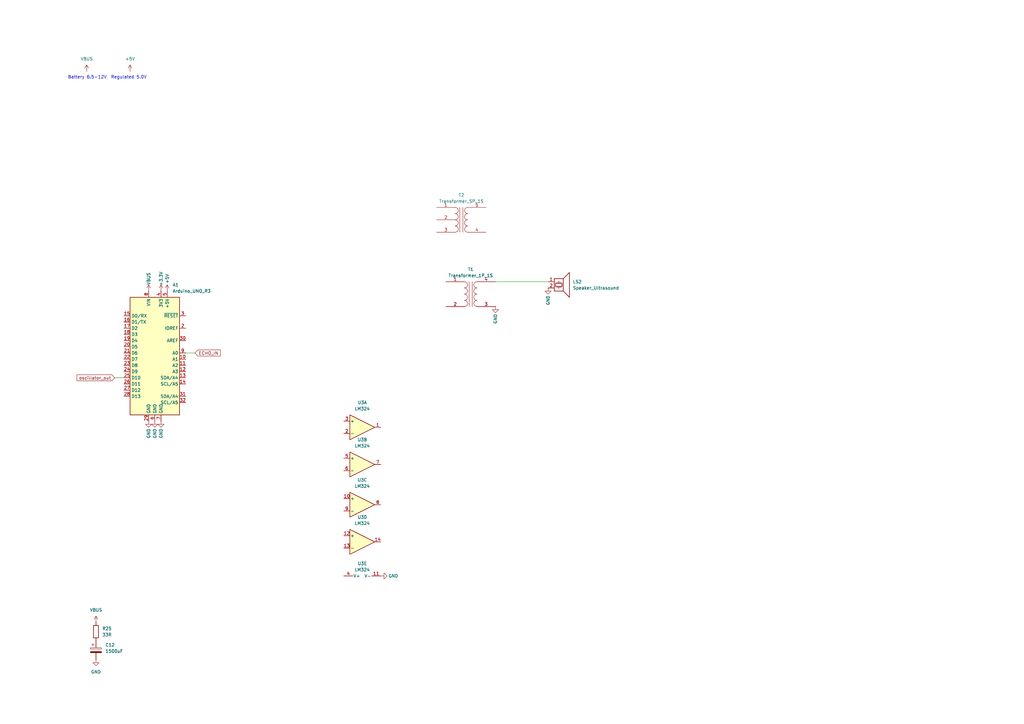
<source format=kicad_sch>
(kicad_sch (version 20231120) (generator "eeschema") (generator_version "8.0")
  (paper "A3")
  (lib_symbols
    (symbol "74xx:74HC4060"
      (property "Reference" "U" (at 5.08 16.51 0))
      (property "Value" "74HC4060" (at 7.62 -16.51 0))
      (symbol "74HC4060_1_0"
        (pin output line (at 12.7 -7.62 180) (length 5.08) (name "Q12") (number "1"))
        (pin input clock (at -12.7 10.16 0) (length 5.08) (name "Φ0") (number "10"))
        (pin input inverted_clock (at -12.7 7.62 0) (length 5.08) (name "~{Φ1}") (number "11"))
        (pin input line (at -12.7 2.54 0) (length 5.08) (name "CLR") (number "12"))
        (pin output line (at 12.7 0 180) (length 5.08) (name "Q9") (number "13"))
        (pin output line (at 12.7 2.54 180) (length 5.08) (name "Q8") (number "14"))
        (pin output line (at 12.7 -2.54 180) (length 5.08) (name "Q10") (number "15"))
        (pin power_in line (at 0 20.32 270) (length 5.08) (name "VDD") (number "16"))
        (pin output line (at 12.7 -10.16 180) (length 5.08) (name "Q13") (number "2"))
        (pin output line (at 12.7 -12.7 180) (length 5.08) (name "Q14") (number "3"))
        (pin output line (at 12.7 7.62 180) (length 5.08) (name "Q6") (number "4"))
        (pin output line (at 12.7 10.16 180) (length 5.08) (name "Q5") (number "5"))
        (pin output line (at 12.7 5.08 180) (length 5.08) (name "Q7") (number "6"))
        (pin output line (at 12.7 12.7 180) (length 5.08) (name "Q4") (number "7"))
        (pin power_in line (at 0 -20.32 90) (length 5.08) (name "VSS") (number "8"))
        (pin input inverted_clock (at -12.7 12.7 0) (length 5.08) (name "~{Φ0}") (number "9"))
      )
    )
    (symbol "Amplifier_Operational:LM324" (pin_names (offset 0.127))
      (property "Reference" "U" (at 0 5.08 0))
      (property "Value" "LM324" (at 0 -5.08 0))
      (symbol "LM324_1_1"
        (pin output line (at 7.62 0 180) (length 2.54) (name "~") (number "1"))
        (pin input line (at -7.62 -2.54 0) (length 2.54) (name "-") (number "2"))
        (pin input line (at -7.62 2.54 0) (length 2.54) (name "+") (number "3"))
      )
      (symbol "LM324_2_1"
        (pin input line (at -7.62 2.54 0) (length 2.54) (name "+") (number "5"))
        (pin input line (at -7.62 -2.54 0) (length 2.54) (name "-") (number "6"))
        (pin output line (at 7.62 0 180) (length 2.54) (name "~") (number "7"))
      )
      (symbol "LM324_3_1"
        (pin input line (at -7.62 2.54 0) (length 2.54) (name "+") (number "10"))
        (pin output line (at 7.62 0 180) (length 2.54) (name "~") (number "8"))
        (pin input line (at -7.62 -2.54 0) (length 2.54) (name "-") (number "9"))
      )
      (symbol "LM324_4_1"
        (pin input line (at -7.62 2.54 0) (length 2.54) (name "+") (number "12"))
        (pin input line (at -7.62 -2.54 0) (length 2.54) (name "-") (number "13"))
        (pin output line (at 7.62 0 180) (length 2.54) (name "~") (number "14"))
      )
      (symbol "LM324_5_1"
        (pin power_in line (at -2.54 -7.62 90) (length 3.81) (name "V-") (number "11"))
        (pin power_in line (at -2.54 7.62 270) (length 3.81) (name "V+") (number "4"))
      )
    )
    (symbol "Comparator:LM2901" (pin_names (offset 0.127))
      (property "Reference" "U" (at 0 5.08 0))
      (property "Value" "LM2901" (at 0 -5.08 0))
      (symbol "LM2901_1_1"
        (pin open_collector line (at 7.62 0 180) (length 2.54) (name "~") (number "2"))
        (pin input line (at -7.62 -2.54 0) (length 2.54) (name "-") (number "4"))
        (pin input line (at -7.62 2.54 0) (length 2.54) (name "+") (number "5"))
      )
      (symbol "LM2901_2_1"
        (pin open_collector line (at 7.62 0 180) (length 2.54) (name "~") (number "1"))
        (pin input line (at -7.62 -2.54 0) (length 2.54) (name "-") (number "6"))
        (pin input line (at -7.62 2.54 0) (length 2.54) (name "+") (number "7"))
      )
      (symbol "LM2901_3_1"
        (pin input line (at -7.62 -2.54 0) (length 2.54) (name "-") (number "10"))
        (pin input line (at -7.62 2.54 0) (length 2.54) (name "+") (number "11"))
        (pin open_collector line (at 7.62 0 180) (length 2.54) (name "~") (number "13"))
      )
      (symbol "LM2901_4_1"
        (pin open_collector line (at 7.62 0 180) (length 2.54) (name "~") (number "14"))
        (pin input line (at -7.62 -2.54 0) (length 2.54) (name "-") (number "8"))
        (pin input line (at -7.62 2.54 0) (length 2.54) (name "+") (number "9"))
      )
      (symbol "LM2901_5_1"
        (pin power_in line (at -2.54 -7.62 90) (length 3.81) (name "V-") (number "12"))
        (pin power_in line (at -2.54 7.62 270) (length 3.81) (name "V+") (number "3"))
      )
    )
    (symbol "Device:C" (pin_numbers hide) (pin_names (offset 0.254))
      (property "Reference" "C" (at 0.635 2.54 0))
      (property "Value" "C" (at 0.635 -2.54 0))
      (symbol "C_1_1"
        (pin passive line (at 0 3.81 270) (length 2.794) (name "~") (number "1"))
        (pin passive line (at 0 -3.81 90) (length 2.794) (name "~") (number "2"))
      )
    )
    (symbol "Device:C_Polarized" (pin_numbers hide) (pin_names (offset 0.254))
      (property "Reference" "C" (at 0.635 2.54 0))
      (property "Value" "C_Polarized" (at 0.635 -2.54 0))
      (symbol "C_Polarized_1_1"
        (pin passive line (at 0 3.81 270) (length 2.794) (name "~") (number "1"))
        (pin passive line (at 0 -3.81 90) (length 2.794) (name "~") (number "2"))
      )
    )
    (symbol "Device:Crystal" (pin_numbers hide) (pin_names (offset 1.016) hide)
      (property "Reference" "Y" (at 0 3.81 0))
      (property "Value" "Crystal" (at 0 -3.81 0))
      (symbol "Crystal_1_1"
        (pin passive line (at -3.81 0 0) (length 1.27) (name "1") (number "1"))
        (pin passive line (at 3.81 0 180) (length 1.27) (name "2") (number "2"))
      )
    )
    (symbol "Device:D_Zener" (pin_numbers hide) (pin_names (offset 1.016) hide)
      (property "Reference" "D" (at 0 2.54 0))
      (property "Value" "D_Zener" (at 0 -2.54 0))
      (symbol "D_Zener_1_1"
        (pin passive line (at -3.81 0 0) (length 2.54) (name "K") (number "1"))
        (pin passive line (at 3.81 0 180) (length 2.54) (name "A") (number "2"))
      )
    )
    (symbol "Device:R" (pin_numbers hide) (pin_names (offset 0))
      (property "Reference" "R" (at 2.032 0 90))
      (property "Value" "R" (at 0 0 90))
      (symbol "R_1_1"
        (pin passive line (at 0 3.81 270) (length 1.27) (name "~") (number "1"))
        (pin passive line (at 0 -3.81 90) (length 1.27) (name "~") (number "2"))
      )
    )
    (symbol "Device:Speaker_Ultrasound" (pin_names (offset 0) hide)
      (property "Reference" "LS" (at 0.635 5.715 0))
      (property "Value" "Speaker_Ultrasound" (at 0.635 3.81 0))
      (symbol "Speaker_Ultrasound_1_1"
        (pin input line (at -5.08 0 0) (length 2.54) (name "1") (number "1"))
        (pin input line (at -5.08 -2.54 0) (length 2.54) (name "2") (number "2"))
      )
    )
    (symbol "Device:Transformer_1P_1S" (pin_names (offset 1.016) hide)
      (property "Reference" "T" (at 0 6.35 0))
      (property "Value" "Transformer_1P_1S" (at 0 -7.62 0))
      (symbol "Transformer_1P_1S_1_1"
        (pin passive line (at -10.16 5.08 0) (length 7.62) (name "AA") (number "1"))
        (pin passive line (at -10.16 -5.08 0) (length 7.62) (name "AB") (number "2"))
        (pin passive line (at 10.16 -5.08 180) (length 7.62) (name "SA") (number "3"))
        (pin passive line (at 10.16 5.08 180) (length 7.62) (name "SB") (number "4"))
      )
    )
    (symbol "Device:Transformer_SP_1S" (pin_names (offset 1.016) hide)
      (property "Reference" "T" (at 0 6.35 0))
      (property "Value" "Transformer_SP_1S" (at 0 -7.62 0))
      (symbol "Transformer_SP_1S_1_1"
        (pin passive line (at -10.16 5.08 0) (length 7.62) (name "PR1") (number "1"))
        (pin passive line (at -10.16 0 0) (length 7.62) (name "PM") (number "2"))
        (pin passive line (at -10.16 -5.08 0) (length 7.62) (name "PR2") (number "3"))
        (pin passive line (at 10.16 -5.08 180) (length 7.62) (name "S1") (number "4"))
        (pin passive line (at 10.16 5.08 180) (length 7.62) (name "S2") (number "5"))
      )
    )
    (symbol "MCU_Module:Arduino_UNO_R3"
      (property "Reference" "A" (at -10.16 23.495 0))
      (property "Value" "Arduino_UNO_R3" (at 5.08 -26.67 0))
      (symbol "Arduino_UNO_R3_1_1"
        (pin no_connect line (at -10.16 -20.32 0) (length 2.54) hide (name "NC") (number "1"))
        (pin bidirectional line (at 12.7 -2.54 180) (length 2.54) (name "A1") (number "10"))
        (pin bidirectional line (at 12.7 -5.08 180) (length 2.54) (name "A2") (number "11"))
        (pin bidirectional line (at 12.7 -7.62 180) (length 2.54) (name "A3") (number "12"))
        (pin bidirectional line (at 12.7 -10.16 180) (length 2.54) (name "SDA/A4") (number "13"))
        (pin bidirectional line (at 12.7 -12.7 180) (length 2.54) (name "SCL/A5") (number "14"))
        (pin bidirectional line (at -12.7 15.24 0) (length 2.54) (name "D0/RX") (number "15"))
        (pin bidirectional line (at -12.7 12.7 0) (length 2.54) (name "D1/TX") (number "16"))
        (pin bidirectional line (at -12.7 10.16 0) (length 2.54) (name "D2") (number "17"))
        (pin bidirectional line (at -12.7 7.62 0) (length 2.54) (name "D3") (number "18"))
        (pin bidirectional line (at -12.7 5.08 0) (length 2.54) (name "D4") (number "19"))
        (pin output line (at 12.7 10.16 180) (length 2.54) (name "IOREF") (number "2"))
        (pin bidirectional line (at -12.7 2.54 0) (length 2.54) (name "D5") (number "20"))
        (pin bidirectional line (at -12.7 0 0) (length 2.54) (name "D6") (number "21"))
        (pin bidirectional line (at -12.7 -2.54 0) (length 2.54) (name "D7") (number "22"))
        (pin bidirectional line (at -12.7 -5.08 0) (length 2.54) (name "D8") (number "23"))
        (pin bidirectional line (at -12.7 -7.62 0) (length 2.54) (name "D9") (number "24"))
        (pin bidirectional line (at -12.7 -10.16 0) (length 2.54) (name "D10") (number "25"))
        (pin bidirectional line (at -12.7 -12.7 0) (length 2.54) (name "D11") (number "26"))
        (pin bidirectional line (at -12.7 -15.24 0) (length 2.54) (name "D12") (number "27"))
        (pin bidirectional line (at -12.7 -17.78 0) (length 2.54) (name "D13") (number "28"))
        (pin power_in line (at -2.54 -27.94 90) (length 2.54) (name "GND") (number "29"))
        (pin input line (at 12.7 15.24 180) (length 2.54) (name "~{RESET}") (number "3"))
        (pin input line (at 12.7 5.08 180) (length 2.54) (name "AREF") (number "30"))
        (pin bidirectional line (at 12.7 -17.78 180) (length 2.54) (name "SDA/A4") (number "31"))
        (pin bidirectional line (at 12.7 -20.32 180) (length 2.54) (name "SCL/A5") (number "32"))
        (pin power_out line (at 2.54 25.4 270) (length 2.54) (name "3V3") (number "4"))
        (pin power_out line (at 5.08 25.4 270) (length 2.54) (name "+5V") (number "5"))
        (pin power_in line (at 0 -27.94 90) (length 2.54) (name "GND") (number "6"))
        (pin power_in line (at 2.54 -27.94 90) (length 2.54) (name "GND") (number "7"))
        (pin power_in line (at -2.54 25.4 270) (length 2.54) (name "VIN") (number "8"))
        (pin bidirectional line (at 12.7 0 180) (length 2.54) (name "A0") (number "9"))
      )
    )
    (symbol "Transistor_BJT:2SC1815" (pin_names (offset 0) hide)
      (property "Reference" "Q" (at 5.08 1.905 0))
      (property "Value" "2SC1815" (at 5.08 0 0))
      (symbol "2SC1815_1_1"
        (pin passive line (at 2.54 -5.08 90) (length 2.54) (name "E") (number "1"))
        (pin passive line (at 2.54 5.08 270) (length 2.54) (name "C") (number "2"))
        (pin input line (at -5.08 0 0) (length 5.08) (name "B") (number "3"))
      )
    )
    (symbol "Transistor_BJT:BD139" (pin_names (offset 0) hide)
      (property "Reference" "Q" (at 5.08 1.905 0))
      (property "Value" "BD139" (at 5.08 0 0))
      (symbol "BD139_1_1"
        (pin passive line (at 2.54 -5.08 90) (length 2.54) (name "E") (number "1"))
        (pin passive line (at 2.54 5.08 270) (length 2.54) (name "C") (number "2"))
        (pin input line (at -5.08 0 0) (length 5.08) (name "B") (number "3"))
      )
    )
    (symbol "Transistor_BJT:S8050" (pin_names (offset 0) hide)
      (property "Reference" "Q" (at 5.08 1.905 0))
      (property "Value" "S8050" (at 5.08 0 0))
      (symbol "S8050_1_1"
        (pin passive line (at 2.54 -5.08 90) (length 2.54) (name "E") (number "1"))
        (pin input line (at -5.08 0 0) (length 5.08) (name "B") (number "2"))
        (pin passive line (at 2.54 5.08 270) (length 2.54) (name "C") (number "3"))
      )
    )
    (symbol "power:+3.3V" (power) (pin_numbers hide) (pin_names (offset 0) hide)
      (property "Value" "+3.3V" (at 0 3.556 0))
      (symbol "+3.3V_1_1"
        (pin power_in line (at 0 0 90) (length 0) (name "~") (number "1"))
      )
    )
    (symbol "power:+5V" (power) (pin_numbers hide) (pin_names (offset 0) hide)
      (property "Value" "+5V" (at 0 3.556 0))
      (symbol "+5V_1_1"
        (pin power_in line (at 0 0 90) (length 0) (name "~") (number "1"))
      )
    )
    (symbol "power:GND" (power) (pin_numbers hide) (pin_names (offset 0) hide)
      (property "Value" "GND" (at 0 -3.81 0))
      (symbol "GND_1_1"
        (pin power_in line (at 0 0 270) (length 0) (name "~") (number "1"))
      )
    )
    (symbol "power:VBUS" (power) (pin_numbers hide) (pin_names (offset 0) hide)
      (property "Value" "VBUS" (at 0 3.556 0))
      (symbol "VBUS_1_1"
        (pin power_in line (at 0 0 90) (length 0) (name "~") (number "1"))
      )
    )
  )
  (junction (at 595.63 177.8))
  (junction (at 24.13 -53.34))
  (junction (at 49.53 375.92))
  (junction (at 576.58 205.74))
  (junction (at 593.09 224.79))
  (junction (at 24.13 -45.72))
  (junction (at 63.5 339.09))
  (junction (at 63.5 382.27))
  (junction (at 547.37 168.91))
  (junction (at 15.24 -53.34))
  (junction (at 565.15 177.8))
  (junction (at 626.11 177.8))
  (junction (at 547.37 193.04))
  (junction (at 595.63 194.31))
  (junction (at 513.08 167.64))
  (junction (at 561.34 151.13))
  (junction (at 19.05 359.41))
  (junction (at 547.37 177.8))
  (junction (at 547.37 151.13))
  (junction (at 590.55 213.36))
  (junction (at 593.09 241.3))
  (junction (at 15.24 -45.72))
  (junction (at 49.53 332.74))
  (junction (at 579.12 241.3))
  (junction (at 502.92 181.61))
  (wire (pts (xy 638.81 177.8) (xy 638.81 176.53)))
  (wire (pts (xy 607.06 223.52) (xy 607.06 224.79)))
  (wire (pts (xy 568.96 196.85) (xy 565.15 196.85)))
  (wire (pts (xy 26.67 -45.72) (xy 24.13 -45.72)))
  (wire (pts (xy 16.51 359.41) (xy 19.05 359.41)))
  (wire (pts (xy 502.92 179.07) (xy 502.92 181.61)))
  (wire (pts (xy 547.37 151.13) (xy 561.34 151.13)))
  (wire (pts (xy 494.03 173.99) (xy 495.3 173.99)))
  (wire (pts (xy 20.32 381) (xy 19.05 381)))
  (wire (pts (xy 636.27 177.8) (xy 638.81 177.8)))
  (wire (pts (xy 590.55 191.77) (xy 590.55 204.47)))
  (wire (pts (xy 63.5 382.27) (xy 77.47 382.27)))
  (wire (pts (xy 26.67 -53.34) (xy 24.13 -53.34)))
  (wire (pts (xy 590.55 222.25) (xy 590.55 224.79)))
  (wire (pts (xy 561.34 151.13) (xy 575.31 151.13)))
  (wire (pts (xy 63.5 339.09) (xy 77.47 339.09)))
  (wire (pts (xy 576.58 205.74) (xy 576.58 208.28)))
  (wire (pts (xy 595.63 194.31) (xy 595.63 190.5)))
  (wire (pts (xy 547.37 153.67) (xy 547.37 151.13)))
  (wire (pts (xy 46.99 154.94) (xy 50.8 154.94)))
  (wire (pts (xy 19.05 359.41) (xy 19.05 381)))
  (wire (pts (xy 35.56 332.74) (xy 49.53 332.74)))
  (wire (pts (xy 547.37 168.91) (xy 547.37 177.8)))
  (wire (pts (xy 615.95 177.8) (xy 612.14 177.8)))
  (wire (pts (xy 544.83 151.13) (xy 547.37 151.13)))
  (wire (pts (xy 565.15 177.8) (xy 547.37 177.8)))
  (wire (pts (xy 19.05 337.82) (xy 19.05 359.41)))
  (wire (pts (xy 590.55 213.36) (xy 590.55 212.09)))
  (wire (pts (xy 556.26 193.04) (xy 554.99 193.04)))
  (wire (pts (xy 513.08 186.69) (xy 513.08 193.04)))
  (wire (pts (xy 582.93 241.3) (xy 579.12 241.3)))
  (wire (pts (xy 15.24 -44.45) (xy 15.24 -45.72)))
  (wire (pts (xy 63.5 382.27) (xy 63.5 381)))
  (wire (pts (xy 513.08 193.04) (xy 516.89 193.04)))
  (wire (pts (xy 480.06 173.99) (xy 486.41 173.99)))
  (wire (pts (xy 593.09 224.79) (xy 593.09 241.3)))
  (wire (pts (xy 561.34 161.29) (xy 561.34 160.02)))
  (wire (pts (xy 35.56 375.92) (xy 49.53 375.92)))
  (wire (pts (xy 24.13 -45.72) (xy 15.24 -45.72)))
  (wire (pts (xy 626.11 182.88) (xy 626.11 177.8)))
  (wire (pts (xy 576.58 191.77) (xy 590.55 191.77)))
  (wire (pts (xy 595.63 213.36) (xy 590.55 213.36)))
  (wire (pts (xy 590.55 214.63) (xy 590.55 213.36)))
  (wire (pts (xy 565.15 196.85) (xy 565.15 177.8)))
  (wire (pts (xy 584.2 177.8) (xy 565.15 177.8)))
  (wire (pts (xy 26.67 -50.8) (xy 26.67 -53.34)))
  (wire (pts (xy 595.63 177.8) (xy 604.52 177.8)))
  (wire (pts (xy 593.09 241.3) (xy 590.55 241.3)))
  (wire (pts (xy 561.34 152.4) (xy 561.34 151.13)))
  (wire (pts (xy 567.69 208.28) (xy 567.69 205.74)))
  (wire (pts (xy 49.53 375.92) (xy 55.88 375.92)))
  (wire (pts (xy 31.75 -43.18) (xy 31.75 -41.91)))
  (wire (pts (xy 19.05 337.82) (xy 20.32 337.82)))
  (wire (pts (xy 502.92 167.64) (xy 513.08 167.64)))
  (wire (pts (xy 576.58 201.93) (xy 576.58 205.74)))
  (wire (pts (xy 502.92 191.77) (xy 502.92 193.04)))
  (wire (pts (xy 528.32 151.13) (xy 528.32 147.32)))
  (wire (pts (xy 579.12 242.57) (xy 579.12 241.3)))
  (wire (pts (xy 533.4 151.13) (xy 537.21 151.13)))
  (wire (pts (xy 502.92 167.64) (xy 502.92 168.91)))
  (wire (pts (xy 80.01 144.78) (xy 76.2 144.78)))
  (wire (pts (xy 590.55 224.79) (xy 593.09 224.79)))
  (wire (pts (xy 63.5 340.36) (xy 63.5 339.09)))
  (wire (pts (xy 203.2 115.57) (xy 224.79 115.57)))
  (wire (pts (xy 547.37 193.04) (xy 547.37 186.69)))
  (wire (pts (xy 524.51 193.04) (xy 539.75 193.04)))
  (wire (pts (xy 575.31 153.67) (xy 574.04 153.67)))
  (wire (pts (xy 63.5 383.54) (xy 63.5 382.27)))
  (wire (pts (xy 33.02 -48.26) (xy 26.67 -48.26)))
  (wire (pts (xy 49.53 332.74) (xy 55.88 332.74)))
  (wire (pts (xy 533.4 147.32) (xy 533.4 151.13)))
  (wire (pts (xy 607.06 242.57) (xy 607.06 241.3)))
  (wire (pts (xy 574.04 153.67) (xy 574.04 154.94)))
  (wire (pts (xy 502.92 184.15) (xy 502.92 181.61)))
  (wire (pts (xy 502.92 181.61) (xy 505.46 181.61)))
  (wire (pts (xy 26.67 -48.26) (xy 26.67 -45.72)))
  (wire (pts (xy 33.02 -43.18) (xy 31.75 -43.18)))
  (wire (pts (xy 609.6 194.31) (xy 610.87 194.31)))
  (wire (pts (xy 607.06 241.3) (xy 604.52 241.3)))
  (wire (pts (xy 610.87 194.31) (xy 610.87 195.58)))
  (wire (pts (xy 63.5 339.09) (xy 63.5 337.82)))
  (wire (pts (xy 33.02 -50.8) (xy 26.67 -50.8)))
  (wire (pts (xy 24.13 -53.34) (xy 15.24 -53.34)))
  (wire (pts (xy 601.98 194.31) (xy 595.63 194.31)))
  (wire (pts (xy 607.06 224.79) (xy 604.52 224.79)))
  (wire (pts (xy 626.11 177.8) (xy 623.57 177.8)))
  (wire (pts (xy 567.69 205.74) (xy 576.58 205.74)))
  (wire (pts (xy 628.65 177.8) (xy 626.11 177.8)))
  (wire (pts (xy 547.37 161.29) (xy 547.37 168.91)))
  (wire (pts (xy 596.9 241.3) (xy 593.09 241.3)))
  (wire (pts (xy 595.63 194.31) (xy 595.63 213.36)))
  (wire (pts (xy 45.72 -62.23) (xy 45.72 -60.96)))
  (wire (pts (xy 15.24 -53.34) (xy 15.24 -54.61)))
  (wire (pts (xy 591.82 177.8) (xy 595.63 177.8)))
  (wire (pts (xy 579.12 241.3) (xy 579.12 240.03)))
  (wire (pts (xy 547.37 179.07) (xy 547.37 177.8)))
  (wire (pts (xy 58.42 -50.8) (xy 64.77 -50.8)))
  (wire (pts (xy 45.72 -20.32) (xy 45.72 -19.05)))
  (wire (pts (xy 593.09 224.79) (xy 596.9 224.79)))
  (wire (pts (xy 595.63 182.88) (xy 595.63 177.8)))
  (wire (pts (xy 513.08 167.64) (xy 513.08 176.53)))
  (text "Battery 6.5V" (at 376.174 -15.24 0) (effects (font (size 1.27 1.27))))
  (text "LCD backlight" (at 480.06 -16.256 0) (effects (font (size 1.27 1.27))))
  (text "Battery 6.5-12V" (at 35.814 31.75 0) (effects (font (size 1.27 1.27))))
  (text "Regulated 5.0V" (at 52.832 31.75 0) (effects (font (size 1.27 1.27))))
  (text "Regulated 5.0V" (at 393.192 -15.24 0) (effects (font (size 1.27 1.27))))
  (global_label "L_CONN_2" (shape input) (at 85.09 334.01 90) (property "Intersheetrefs" "${INTERSHEET_REFS}" (effects (hide yes))))
  (global_label "L_CONN_3" (shape input) (at 85.09 377.19 90) (property "Intersheetrefs" "${INTERSHEET_REFS}" (effects (hide yes))))
  (global_label "PD2" (shape input) (at 16.51 359.41 180) (property "Intersheetrefs" "${INTERSHEET_REFS}" (effects (hide yes))))
  (global_label "L_CONN_6" (shape input) (at 528.32 147.32 90) (property "Intersheetrefs" "${INTERSHEET_REFS}" (effects (hide yes))))
  (global_label "L_CONN_5" (shape input) (at 533.4 147.32 90) (property "Intersheetrefs" "${INTERSHEET_REFS}" (effects (hide yes))))
  (global_label "oscillator_out" (shape input) (at 64.77 -50.8 0) (property "Intersheetrefs" "${INTERSHEET_REFS}" (effects (hide yes))))
  (global_label "oscillator_out" (shape input) (at 46.99 154.94 180) (property "Intersheetrefs" "${INTERSHEET_REFS}" (effects (hide yes))))
  (global_label "PD1" (shape input) (at 480.06 173.99 180) (property "Intersheetrefs" "${INTERSHEET_REFS}" (effects (hide yes))))
  (global_label "L_CONN_1" (shape input) (at 579.12 240.03 90) (property "Intersheetrefs" "${INTERSHEET_REFS}" (effects (hide yes))))
  (global_label "PB0{slash}AN0" (shape input) (at 626.11 182.88 270) (property "Intersheetrefs" "${INTERSHEET_REFS}" (effects (hide yes))))
  (global_label "PD1" (shape input) (at 472.44 -12.7 180) (property "Intersheetrefs" "${INTERSHEET_REFS}" (effects (hide yes))))
  (global_label "PD2" (shape input) (at 472.44 -8.89 180) (property "Intersheetrefs" "${INTERSHEET_REFS}" (effects (hide yes))))
  (global_label "L_CONN_0" (shape input) (at 581.66 191.77 90) (property "Intersheetrefs" "${INTERSHEET_REFS}" (effects (hide yes))))
  (global_label "PD0" (shape input) (at 472.44 -16.51 180) (property "Intersheetrefs" "${INTERSHEET_REFS}" (effects (hide yes))))
  (global_label "ECHO_IN" (shape input) (at 80.01 144.78 0) (property "Intersheetrefs" "${INTERSHEET_REFS}" (effects (hide yes))))
  (symbol (lib_id "power:GND") (at 574.04 154.94 0) (unit 1)
    (property "Reference" "#PWR030" (effects (hide yes)))
    (property "Value" "GND" (at 574.04 160.02 0))
    (property "Description" "Power symbol creates a global label with name \"GND\" , ground" (effects (hide yes)))
  )
  (symbol (lib_id "Device:R") (at 619.76 177.8 270) (unit 1)
    (property "Reference" "R23" (at 619.76 173.228 90))
    (property "Value" "10k" (at 619.76 175.768 90))
    (property "Description" "Resistor" (effects (hide yes)))
  )
  (symbol (lib_id "power:GND") (at 63.5 172.72 0) (unit 1)
    (property "Reference" "#PWR039" (effects (hide yes)))
    (property "Value" "GND" (at 63.5 177.8 90))
    (property "Description" "Power symbol creates a global label with name \"GND\" , ground" (effects (hide yes)))
  )
  (symbol (lib_id "power:GND") (at 610.87 195.58 0) (unit 1)
    (property "Reference" "#PWR035" (effects (hide yes)))
    (property "Value" "GND" (at 610.87 200.66 0))
    (property "Description" "Power symbol creates a global label with name \"GND\" , ground" (effects (hide yes)))
  )
  (symbol (lib_id "power:GND") (at 579.12 250.19 0) (unit 1)
    (property "Reference" "#PWR032" (effects (hide yes)))
    (property "Value" "GND" (at 579.1201 254 90) (effects (justify right)))
    (property "Description" "Power symbol creates a global label with name \"GND\" , ground" (effects (hide yes)))
  )
  (symbol (lib_id "Device:C") (at 576.58 212.09 0) (unit 1)
    (property "Reference" "C8" (at 580.39 210.8199 0) (effects (justify left)))
    (property "Value" "C" (at 580.39 213.3599 0) (effects (justify left)))
    (property "Description" "Unpolarized capacitor" (effects (hide yes)))
  )
  (symbol (lib_id "power:+5V") (at 45.72 -62.23 0) (unit 1)
    (property "Reference" "#PWR08" (effects (hide yes)))
    (property "Value" "+5V" (at 45.72 -67.31 0))
    (property "Description" "Power symbol creates a global label with name \"+5V\"" (effects (hide yes)))
  )
  (symbol (lib_id "Amplifier_Operational:LM324") (at 148.59 233.68 90) (unit 5)
    (property "Reference" "U3" (at 148.59 231.14 90))
    (property "Value" "LM324" (at 148.59 233.68 90))
    (property "Datasheet" "http://www.ti.com/lit/ds/symlink/lm2902-n.pdf" (effects (hide yes)))
    (property "Description" "Low-Power, Quad-Operational Amplifiers, DIP-14/SOIC-14/SSOP-14" (effects (hide yes)))
  )
  (symbol (lib_id "Device:R") (at 49.53 328.93 180) (unit 1)
    (property "Reference" "R4" (at 52.07 327.6599 0) (effects (justify right)))
    (property "Value" "4k7" (at 52.07 330.1999 0) (effects (justify right)))
    (property "Description" "Resistor" (effects (hide yes)))
  )
  (symbol (lib_id "Device:R") (at 595.63 186.69 0) (unit 1)
    (property "Reference" "R20" (at 597.408 185.42 0) (effects (justify left)))
    (property "Value" "27k" (at 597.408 187.96 0) (effects (justify left)))
    (property "Description" "Resistor" (effects (hide yes)))
  )
  (symbol (lib_id "power:GND") (at 60.96 172.72 0) (unit 1)
    (property "Reference" "#PWR040" (effects (hide yes)))
    (property "Value" "GND" (at 60.96 177.8 90))
    (property "Description" "Power symbol creates a global label with name \"GND\" , ground" (effects (hide yes)))
  )
  (symbol (lib_id "Device:C") (at 588.01 177.8 90) (unit 1)
    (property "Reference" "C9" (at 588.01 170.18 90))
    (property "Value" "C" (at 588.01 172.72 90))
    (property "Description" "Unpolarized capacitor" (effects (hide yes)))
  )
  (symbol (lib_id "Amplifier_Operational:LM324") (at 148.59 222.25 0) (unit 4)
    (property "Reference" "U3" (at 148.59 212.09 0))
    (property "Value" "LM324" (at 148.59 214.63 0))
    (property "Datasheet" "http://www.ti.com/lit/ds/symlink/lm2902-n.pdf" (effects (hide yes)))
    (property "Description" "Low-Power, Quad-Operational Amplifiers, DIP-14/SOIC-14/SSOP-14" (effects (hide yes)))
  )
  (symbol (lib_id "Device:R") (at 63.5 323.85 180) (unit 1)
    (property "Reference" "R6" (at 66.04 322.5799 0) (effects (justify right)))
    (property "Value" "10R" (at 66.04 325.1199 0) (effects (justify right)))
    (property "Description" "Resistor" (effects (hide yes)))
  )
  (symbol (lib_id "power:+3.3V") (at 66.04 119.38 0) (unit 1)
    (property "Reference" "#PWR046" (effects (hide yes)))
    (property "Value" "+3.3V" (at 66.04 114.3 90))
    (property "Description" "Power symbol creates a global label with name \"+3.3V\"" (effects (hide yes)))
  )
  (symbol (lib_id "MCU_Module:Arduino_UNO_R3") (at 63.5 144.78 0) (unit 1)
    (property "Reference" "A1" (at 70.7741 116.84 0) (effects (justify left)))
    (property "Value" "Arduino_UNO_R3" (at 70.7741 119.38 0) (effects (justify left)))
    (property "Footprint" "Module:Arduino_UNO_R3" (effects (hide yes)))
    (property "Datasheet" "https://www.arduino.cc/en/Main/arduinoBoardUno" (effects (hide yes)))
    (property "Description" "Arduino UNO Microcontroller Module, release 3" (effects (hide yes)))
  )
  (symbol (lib_id "Transistor_BJT:S8050") (at 60.96 332.74 0) (unit 1)
    (property "Reference" "Q3" (at 66.04 331.4699 0) (effects (justify left)))
    (property "Value" "S8050 J3Y" (at 66.04 334.0099 0) (effects (justify left)))
    (property "Footprint" "Package_TO_SOT_THT:TO-92_Inline" (effects (hide yes)))
    (property "Datasheet" "http://www.unisonic.com.tw/datasheet/S8050.pdf" (effects (hide yes)))
    (property "Description" "0.7A Ic, 20V Vce, Low Voltage High Current NPN Transistor, TO-92" (effects (hide yes)))
    (property "LCSC" "C2146" (effects (hide yes)))
  )
  (symbol (lib_id "Device:C") (at 67.31 -66.04 0) (unit 1)
    (property "Reference" "C3" (at 71.12 -67.3101 0) (effects (justify left)))
    (property "Value" "C10uF" (at 71.12 -64.7701 0) (effects (justify left)))
    (property "Description" "Unpolarized capacitor" (effects (hide yes)))
  )
  (symbol (lib_id "Amplifier_Operational:LM324") (at 148.59 190.5 0) (unit 2)
    (property "Reference" "U3" (at 148.59 180.34 0))
    (property "Value" "LM324" (at 148.59 182.88 0))
    (property "Datasheet" "http://www.ti.com/lit/ds/symlink/lm2902-n.pdf" (effects (hide yes)))
    (property "Description" "Low-Power, Quad-Operational Amplifiers, DIP-14/SOIC-14/SSOP-14" (effects (hide yes)))
  )
  (symbol (lib_id "power:GND") (at 67.31 -62.23 0) (unit 1)
    (property "Reference" "#PWR015" (effects (hide yes)))
    (property "Value" "GND" (at 67.31 -57.15 0))
    (property "Description" "Power symbol creates a global label with name \"GND\" , ground" (effects (hide yes)))
  )
  (symbol (lib_id "Transistor_BJT:2SC1815") (at 510.54 181.61 0) (unit 1)
    (property "Reference" "Q8" (at 515.62 180.3399 0) (effects (justify left)))
    (property "Value" "2SC1623-l6" (at 515.62 182.8799 0) (effects (justify left)))
    (property "Footprint" "Package_TO_SOT_THT:TO-92_Inline" (effects (hide yes)))
    (property "Datasheet" "https://media.digikey.com/pdf/Data%20Sheets/Toshiba%20PDFs/2SC1815.pdf" (effects (hide yes)))
    (property "Description" "0.15A Ic, 50V Vce, Low Noise Audio NPN Transistor, TO-92" (effects (hide yes)))
    (property "LCSC" "C181167" (effects (hide yes)))
  )
  (symbol (lib_id "Device:R") (at 590.55 208.28 0) (unit 1)
    (property "Reference" "R18" (at 592.328 207.01 0) (effects (justify left)))
    (property "Value" "2k2" (at 592.328 209.55 0) (effects (justify left)))
    (property "Description" "Resistor" (effects (hide yes)))
  )
  (symbol (lib_id "Device:Transformer_SP_1S") (at 189.23 90.17 0) (unit 1)
    (property "Reference" "T2" (at 189.2427 80.01 0))
    (property "Value" "Transformer_SP_1S" (at 189.2427 82.55 0))
    (property "Description" "Transformer, split primary, single secondary" (effects (hide yes)))
  )
  (symbol (lib_id "power:+5V") (at 607.06 223.52 0) (unit 1)
    (property "Reference" "#PWR033" (effects (hide yes)))
    (property "Value" "+5V" (at 607.06 218.44 0))
    (property "Description" "Power symbol creates a global label with name \"+5V\"" (effects (hide yes)))
  )
  (symbol (lib_id "Device:C") (at 15.24 -58.42 180) (unit 1)
    (property "Reference" "C1" (at 11.43 -57.1499 0) (effects (justify left)))
    (property "Value" "C27p" (at 11.43 -59.6899 0) (effects (justify left)))
    (property "Description" "Unpolarized capacitor" (effects (hide yes)))
  )
  (symbol (lib_id "Device:R") (at 24.13 -49.53 180) (unit 1)
    (property "Reference" "R3" (at 21.59 -48.2599 0) (effects (justify left)))
    (property "Value" "R1M" (at 21.59 -50.7999 0) (effects (justify left)))
    (property "Description" "Resistor" (effects (hide yes)))
  )
  (symbol (lib_id "Transistor_BJT:2SC1815") (at 551.18 13.97 0) (unit 1)
    (property "Reference" "Q12" (at 556.26 12.6999 0) (effects (justify left)))
    (property "Value" "2SC1623-l6" (at 556.26 15.2399 0) (effects (justify left)))
    (property "Footprint" "Package_TO_SOT_THT:TO-92_Inline" (effects (hide yes)))
    (property "Datasheet" "https://media.digikey.com/pdf/Data%20Sheets/Toshiba%20PDFs/2SC1815.pdf" (effects (hide yes)))
    (property "Description" "0.15A Ic, 50V Vce, Low Noise Audio NPN Transistor, TO-92" (effects (hide yes)))
    (property "LCSC" "C181167" (effects (hide yes)))
  )
  (symbol (lib_id "power:GND") (at 66.04 172.72 0) (unit 1)
    (property "Reference" "#PWR038" (effects (hide yes)))
    (property "Value" "GND" (at 66.04 177.8 90))
    (property "Description" "Power symbol creates a global label with name \"GND\" , ground" (effects (hide yes)))
  )
  (symbol (lib_id "Comparator:LM2901") (at 584.2 48.26 180) (unit 3)
    (property "Reference" "U2" (at 584.2 38.1 0))
    (property "Value" "LM2901" (at 584.2 40.64 0))
    (property "Datasheet" "https://www.st.com/resource/en/datasheet/lm2901.pdf" (effects (hide yes)))
    (property "Description" "Quad Differential Comparators, DIP-14/SOIC-14/TSSOP-14" (effects (hide yes)))
  )
  (symbol (lib_id "power:VBUS") (at 35.56 29.21 0) (unit 1)
    (property "Reference" "#PWR044" (effects (hide yes)))
    (property "Value" "VBUS" (at 35.56 24.13 0))
    (property "Description" "Power symbol creates a global label with name \"VBUS\"" (effects (hide yes)))
  )
  (symbol (lib_id "power:+5V") (at 53.34 29.21 0) (unit 1)
    (property "Reference" "#PWR045" (effects (hide yes)))
    (property "Value" "+5V" (at 53.34 24.13 0))
    (property "Description" "Power symbol creates a global label with name \"+5V\"" (effects (hide yes)))
  )
  (symbol (lib_id "power:GND") (at 502.92 193.04 0) (unit 1)
    (property "Reference" "#PWR020" (effects (hide yes)))
    (property "Value" "GND" (at 502.92 198.12 0))
    (property "Description" "Power symbol creates a global label with name \"GND\" , ground" (effects (hide yes)))
  )
  (symbol (lib_id "Comparator:LM2901") (at 584.2 54.61 90) (unit 5)
    (property "Reference" "U2" (at 584.2 52.07 90))
    (property "Value" "LM2901" (at 584.2 54.61 90))
    (property "Datasheet" "https://www.st.com/resource/en/datasheet/lm2901.pdf" (effects (hide yes)))
    (property "Description" "Quad Differential Comparators, DIP-14/SOIC-14/TSSOP-14" (effects (hide yes)))
  )
  (symbol (lib_id "power:VBUS") (at 375.92 -17.78 0) (unit 1)
    (property "Reference" "#PWR018" (effects (hide yes)))
    (property "Value" "VBUS" (at 375.92 -22.86 0))
    (property "Description" "Power symbol creates a global label with name \"VBUS\"" (effects (hide yes)))
  )
  (symbol (lib_id "power:VBUS") (at 39.37 255.27 0) (unit 1)
    (property "Reference" "#PWR041" (effects (hide yes)))
    (property "Value" "VBUS" (at 39.37 250.19 0))
    (property "Description" "Power symbol creates a global label with name \"VBUS\"" (effects (hide yes)))
  )
  (symbol (lib_id "power:GND") (at 156.21 236.22 90) (unit 1)
    (property "Reference" "#PWR047" (effects (hide yes)))
    (property "Value" "GND" (at 161.29 236.22 90))
    (property "Description" "Power symbol creates a global label with name \"GND\" , ground" (effects (hide yes)))
  )
  (symbol (lib_id "Amplifier_Operational:LM324") (at 148.59 175.26 0) (unit 1)
    (property "Reference" "U3" (at 148.59 165.1 0))
    (property "Value" "LM324" (at 148.59 167.64 0))
    (property "Datasheet" "http://www.ti.com/lit/ds/symlink/lm2902-n.pdf" (effects (hide yes)))
    (property "Description" "Low-Power, Quad-Operational Amplifiers, DIP-14/SOIC-14/SSOP-14" (effects (hide yes)))
  )
  (symbol (lib_id "Device:R") (at 579.12 246.38 180) (unit 1)
    (property "Reference" "R16" (at 583.692 246.38 90))
    (property "Value" "10k" (at 581.152 246.38 90))
    (property "Description" "Resistor" (effects (hide yes)))
  )
  (symbol (lib_id "power:GND") (at 15.24 -36.83 0) (unit 1)
    (property "Reference" "#PWR02" (effects (hide yes)))
    (property "Value" "GND" (at 15.24 -31.75 0))
    (property "Description" "Power symbol creates a global label with name \"GND\" , ground" (effects (hide yes)))
  )
  (symbol (lib_id "Device:Crystal") (at 15.24 -49.53 270) (unit 1)
    (property "Reference" "Y1" (at 11.43 -48.2599 90) (effects (justify right)))
    (property "Value" "Crystal 6,4Mhz" (at 11.43 -50.7999 90) (effects (justify right)))
    (property "Description" "Two pin crystal" (effects (hide yes)))
  )
  (symbol (lib_id "Transistor_BJT:BD139") (at 82.55 339.09 0) (unit 1)
    (property "Reference" "Q5" (at 87.63 337.8199 0) (effects (justify left)))
    (property "Value" "BD139 / D965" (at 87.63 340.3599 0) (effects (justify left)))
    (property "Footprint" "Package_TO_SOT_THT:TO-126-3_Vertical" (effects (hide yes)))
    (property "Datasheet" "http://www.st.com/internet/com/TECHNICAL_RESOURCES/TECHNICAL_LITERATURE/DATASHEET/CD00001225.pdf" (effects (hide yes)))
    (property "Description" "1.5A Ic, 80V Vce, Low Voltage Transistor, TO-126" (effects (hide yes)))
  )
  (symbol (lib_id "Device:D_Zener") (at 543.56 193.04 180) (unit 1)
    (property "Reference" "D2" (at 543.56 186.69 0))
    (property "Value" "D_Zener" (at 543.56 189.23 0))
    (property "Description" "Zener diode" (effects (hide yes)))
  )
  (symbol (lib_id "Device:C") (at 15.24 -40.64 180) (unit 1)
    (property "Reference" "C2" (at 11.43 -39.3699 0) (effects (justify left)))
    (property "Value" "C27p" (at 11.43 -41.9099 0) (effects (justify left)))
    (property "Description" "Unpolarized capacitor" (effects (hide yes)))
  )
  (symbol (lib_id "power:VBUS") (at 60.96 119.38 0) (unit 1)
    (property "Reference" "#PWR043" (effects (hide yes)))
    (property "Value" "VBUS" (at 60.96 114.3 90))
    (property "Description" "Power symbol creates a global label with name \"VBUS\"" (effects (hide yes)))
  )
  (symbol (lib_id "Device:C") (at 600.71 241.3 90) (unit 1)
    (property "Reference" "C10" (at 600.71 235.458 90))
    (property "Value" "C" (at 600.71 237.998 90))
    (property "Description" "Unpolarized capacitor" (effects (hide yes)))
  )
  (symbol (lib_id "74xx:74HC4060") (at 45.72 -40.64 0) (unit 1)
    (property "Reference" "U1" (at 47.9141 -60.96 0) (effects (justify left)))
    (property "Value" "74HC4060" (at 47.9141 -58.42 0) (effects (justify left)))
    (property "Datasheet" "https://www.st.com/resource/en/datasheet/m74hc4060.pdf" (effects (hide yes)))
    (property "Description" "Binary counter (14-stages) and oscillator" (effects (hide yes)))
  )
  (symbol (lib_id "power:GND") (at 35.56 342.9 0) (unit 1)
    (property "Reference" "#PWR03" (effects (hide yes)))
    (property "Value" "GND" (at 35.56 347.98 0))
    (property "Description" "Power symbol creates a global label with name \"GND\" , ground" (effects (hide yes)))
  )
  (symbol (lib_id "Device:R") (at 561.34 156.21 180) (unit 1)
    (property "Reference" "R14" (at 563.88 154.9399 0) (effects (justify right)))
    (property "Value" "8k2" (at 563.88 157.4799 0) (effects (justify right)))
    (property "Description" "Resistor" (effects (hide yes)))
  )
  (symbol (lib_id "Device:R") (at 608.33 177.8 270) (unit 1)
    (property "Reference" "R22" (at 608.33 173.228 90))
    (property "Value" "10k" (at 608.33 175.768 90))
    (property "Description" "Resistor" (effects (hide yes)))
  )
  (symbol (lib_id "power:GND") (at 85.09 387.35 0) (unit 1)
    (property "Reference" "#PWR017" (effects (hide yes)))
    (property "Value" "GND" (at 85.09 392.43 0))
    (property "Description" "Power symbol creates a global label with name \"GND\" , ground" (effects (hide yes)))
  )
  (symbol (lib_id "power:GND") (at 528.32 151.13 0) (unit 1)
    (property "Reference" "#PWR024" (effects (hide yes)))
    (property "Value" "GND" (at 528.3201 154.94 90) (effects (justify right)))
    (property "Description" "Power symbol creates a global label with name \"GND\" , ground" (effects (hide yes)))
  )
  (symbol (lib_id "Device:C") (at 547.37 157.48 0) (unit 1)
    (property "Reference" "C6" (at 551.18 156.2099 0) (effects (justify left)))
    (property "Value" "C" (at 551.18 158.7499 0) (effects (justify left)))
    (property "Description" "Unpolarized capacitor" (effects (hide yes)))
  )
  (symbol (lib_id "Device:R") (at 63.5 344.17 0) (unit 1)
    (property "Reference" "R7" (at 66.04 342.8999 0) (effects (justify left)))
    (property "Value" "100R" (at 66.04 345.4399 0) (effects (justify left)))
    (property "Description" "Resistor" (effects (hide yes)))
  )
  (symbol (lib_id "Device:Speaker_Ultrasound") (at 580.39 151.13 0) (unit 1)
    (property "Reference" "LS1" (at 585.47 151.1299 0) (effects (justify left)))
    (property "Value" "Speaker_Ultrasound" (at 585.47 153.6699 0) (effects (justify left)))
    (property "Description" "Ultrasonic transducer" (effects (hide yes)))
  )
  (symbol (lib_id "Device:R") (at 590.55 218.44 180) (unit 1)
    (property "Reference" "R19" (at 593.852 217.17 0))
    (property "Value" "1k" (at 593.852 219.71 0))
    (property "Description" "Resistor" (effects (hide yes)))
  )
  (symbol (lib_id "Device:D_Zener") (at 551.18 193.04 180) (unit 1)
    (property "Reference" "D4" (at 551.18 186.69 0))
    (property "Value" "D_Zener" (at 551.18 189.23 0))
    (property "Description" "Zener diode" (effects (hide yes)))
  )
  (symbol (lib_id "power:GND") (at 561.34 161.29 0) (unit 1)
    (property "Reference" "#PWR028" (effects (hide yes)))
    (property "Value" "GND" (at 561.34 166.37 0))
    (property "Description" "Power symbol creates a global label with name \"GND\" , ground" (effects (hide yes)))
  )
  (symbol (lib_id "power:GND") (at 45.72 -19.05 0) (unit 1)
    (property "Reference" "#PWR09" (effects (hide yes)))
    (property "Value" "GND" (at 45.72 -13.97 0))
    (property "Description" "Power symbol creates a global label with name \"GND\" , ground" (effects (hide yes)))
  )
  (symbol (lib_id "power:VBUS") (at 638.81 176.53 0) (unit 1)
    (property "Reference" "#PWR036" (effects (hide yes)))
    (property "Value" "VBUS" (at 638.81 171.45 0))
    (property "Description" "Power symbol creates a global label with name \"VBUS\"" (effects (hide yes)))
  )
  (symbol (lib_id "Device:C") (at 502.92 187.96 0) (unit 1)
    (property "Reference" "C4" (at 506.73 186.6899 0) (effects (justify left)))
    (property "Value" "C" (at 506.73 189.2299 0) (effects (justify left)))
    (property "Description" "Unpolarized capacitor" (effects (hide yes)))
  )
  (symbol (lib_id "Device:R") (at 24.13 381 270) (unit 1)
    (property "Reference" "R2" (at 24.13 374.65 90))
    (property "Value" "20k" (at 24.13 377.19 90))
    (property "Description" "Resistor" (effects (hide yes)))
  )
  (symbol (lib_id "power:VBUS") (at 425.45 -16.51 0) (unit 1)
    (property "Reference" "#PWR022" (effects (hide yes)))
    (property "Value" "VBUS" (at 425.45 -21.59 0))
    (property "Description" "Power symbol creates a global label with name \"VBUS\"" (effects (hide yes)))
  )
  (symbol (lib_id "power:GND") (at 539.75 168.91 0) (unit 1)
    (property "Reference" "#PWR025" (effects (hide yes)))
    (property "Value" "GND" (at 539.75 172.212 0))
    (property "Description" "Power symbol creates a global label with name \"GND\" , ground" (effects (hide yes)))
  )
  (symbol (lib_id "power:+5V") (at 49.53 368.3 0) (unit 1)
    (property "Reference" "#PWR07" (effects (hide yes)))
    (property "Value" "+5V" (at 49.53 363.22 0))
    (property "Description" "Power symbol creates a global label with name \"+5V\"" (effects (hide yes)))
  )
  (symbol (lib_id "Device:R") (at 567.69 212.09 0) (unit 1)
    (property "Reference" "R15" (at 569.468 210.82 0) (effects (justify left)))
    (property "Value" "4k7" (at 569.468 213.36 0) (effects (justify left)))
    (property "Description" "Resistor" (effects (hide yes)))
  )
  (symbol (lib_id "power:GND") (at 63.5 347.98 0) (unit 1)
    (property "Reference" "#PWR011" (effects (hide yes)))
    (property "Value" "GND" (at 63.5 353.06 0))
    (property "Description" "Power symbol creates a global label with name \"GND\" , ground" (effects (hide yes)))
  )
  (symbol (lib_id "Amplifier_Operational:LM324") (at 148.59 207.01 0) (unit 3)
    (property "Reference" "U3" (at 148.59 196.85 0))
    (property "Value" "LM324" (at 148.59 199.39 0))
    (property "Datasheet" "http://www.ti.com/lit/ds/symlink/lm2902-n.pdf" (effects (hide yes)))
    (property "Description" "Low-Power, Quad-Operational Amplifiers, DIP-14/SOIC-14/SSOP-14" (effects (hide yes)))
  )
  (symbol (lib_id "power:GND") (at 35.56 386.08 0) (unit 1)
    (property "Reference" "#PWR04" (effects (hide yes)))
    (property "Value" "GND" (at 35.56 391.16 0))
    (property "Description" "Power symbol creates a global label with name \"GND\" , ground" (effects (hide yes)))
  )
  (symbol (lib_id "Transistor_BJT:2SC1815") (at 33.02 381 0) (unit 1)
    (property "Reference" "Q2" (at 38.1 379.7299 0) (effects (justify left)))
    (property "Value" "2SC1623-l6" (at 38.1 382.2699 0) (effects (justify left)))
    (property "Footprint" "Package_TO_SOT_THT:TO-92_Inline" (effects (hide yes)))
    (property "Datasheet" "https://media.digikey.com/pdf/Data%20Sheets/Toshiba%20PDFs/2SC1815.pdf" (effects (hide yes)))
    (property "Description" "0.15A Ic, 50V Vce, Low Noise Audio NPN Transistor, TO-92" (effects (hide yes)))
    (property "LCSC" "C181167" (effects (hide yes)))
  )
  (symbol (lib_id "Transistor_BJT:S8050") (at 527.2326 -15.3311 0) (unit 1)
    (property "Reference" "Q11" (at 532.3126 -16.6012 0) (effects (justify left)))
    (property "Value" "S8050 J3Y" (at 532.3126 -14.0612 0) (effects (justify left)))
    (property "Footprint" "Package_TO_SOT_THT:TO-92_Inline" (effects (hide yes)))
    (property "Datasheet" "http://www.unisonic.com.tw/datasheet/S8050.pdf" (effects (hide yes)))
    (property "Description" "0.7A Ic, 20V Vce, Low Voltage High Current NPN Transistor, TO-92" (effects (hide yes)))
    (property "LCSC" "C2146" (effects (hide yes)))
  )
  (symbol (lib_id "power:GND") (at 425.45 -1.27 0) (unit 1)
    (property "Reference" "#PWR023" (effects (hide yes)))
    (property "Value" "GND" (at 425.45 3.81 0))
    (property "Description" "Power symbol creates a global label with name \"GND\" , ground" (effects (hide yes)))
  )
  (symbol (lib_id "power:GND") (at 576.58 215.9 0) (unit 1)
    (property "Reference" "#PWR031" (effects (hide yes)))
    (property "Value" "GND" (at 576.58 220.98 0))
    (property "Description" "Power symbol creates a global label with name \"GND\" , ground" (effects (hide yes)))
  )
  (symbol (lib_id "power:+5V") (at 63.5 320.04 0) (unit 1)
    (property "Reference" "#PWR010" (effects (hide yes)))
    (property "Value" "+5V" (at 63.5 314.96 0))
    (property "Description" "Power symbol creates a global label with name \"+5V\"" (effects (hide yes)))
  )
  (symbol (lib_id "power:+5V") (at 67.31 -69.85 0) (unit 1)
    (property "Reference" "#PWR014" (effects (hide yes)))
    (property "Value" "+5V" (at 67.31 -74.93 0))
    (property "Description" "Power symbol creates a global label with name \"+5V\"" (effects (hide yes)))
  )
  (symbol (lib_id "power:GND") (at 567.69 215.9 0) (unit 1)
    (property "Reference" "#PWR029" (effects (hide yes)))
    (property "Value" "GND" (at 567.69 220.98 0))
    (property "Description" "Power symbol creates a global label with name \"GND\" , ground" (effects (hide yes)))
  )
  (symbol (lib_id "Device:D_Zener") (at 543.56 168.91 0) (unit 1)
    (property "Reference" "D1" (at 543.56 162.4689 0))
    (property "Value" "D_Zener" (at 543.56 165.0089 0))
    (property "Description" "Zener diode" (effects (hide yes)))
  )
  (symbol (lib_id "Device:R") (at 63.5 367.03 180) (unit 1)
    (property "Reference" "R8" (at 66.04 365.7599 0) (effects (justify right)))
    (property "Value" "10R" (at 66.04 368.2999 0) (effects (justify right)))
    (property "Description" "Resistor" (effects (hide yes)))
  )
  (symbol (lib_id "Device:R") (at 63.5 387.35 0) (unit 1)
    (property "Reference" "R9" (at 66.04 386.0799 0) (effects (justify left)))
    (property "Value" "100R" (at 66.04 388.6199 0) (effects (justify left)))
    (property "Description" "Resistor" (effects (hide yes)))
  )
  (symbol (lib_id "Device:R") (at 490.22 173.99 270) (unit 1)
    (property "Reference" "R10" (at 490.22 167.64 90))
    (property "Value" "20k" (at 490.22 170.18 90))
    (property "Description" "Resistor" (effects (hide yes)))
  )
  (symbol (lib_id "Device:D_Zener") (at 551.18 168.91 0) (unit 1)
    (property "Reference" "D3" (at 551.18 162.4689 0))
    (property "Value" "D_Zener" (at 551.18 165.0089 0))
    (property "Description" "Zener diode" (effects (hide yes)))
  )
  (symbol (lib_id "power:+5V") (at 49.53 325.12 0) (unit 1)
    (property "Reference" "#PWR06" (effects (hide yes)))
    (property "Value" "+5V" (at 49.53 320.04 0))
    (property "Description" "Power symbol creates a global label with name \"+5V\"" (effects (hide yes)))
  )
  (symbol (lib_id "power:GND") (at 63.5 391.16 0) (unit 1)
    (property "Reference" "#PWR013" (effects (hide yes)))
    (property "Value" "GND" (at 63.5 396.24 0))
    (property "Description" "Power symbol creates a global label with name \"GND\" , ground" (effects (hide yes)))
  )
  (symbol (lib_id "Device:C_Polarized") (at 39.37 266.7 0) (unit 1)
    (property "Reference" "C12" (at 43.18 264.5409 0) (effects (justify left)))
    (property "Value" "1500uF" (at 43.18 267.0809 0) (effects (justify left)))
    (property "Description" "Polarized capacitor" (effects (hide yes)))
  )
  (symbol (lib_id "Device:R") (at 541.02 151.13 90) (unit 1)
    (property "Reference" "R13" (at 541.02 144.78 90))
    (property "Value" "0R" (at 541.02 147.32 90))
    (property "Description" "Resistor" (effects (hide yes)))
  )
  (symbol (lib_id "power:GND") (at 203.2 125.73 0) (unit 1)
    (property "Reference" "#PWR048" (effects (hide yes)))
    (property "Value" "GND" (at 203.2 130.81 90))
    (property "Description" "Power symbol creates a global label with name \"GND\" , ground" (effects (hide yes)))
  )
  (symbol (lib_id "power:GND") (at 39.37 270.51 0) (unit 1)
    (property "Reference" "#PWR042" (effects (hide yes)))
    (property "Value" "GND" (at 39.37 275.59 0))
    (property "Description" "Power symbol creates a global label with name \"GND\" , ground" (effects (hide yes)))
  )
  (symbol (lib_id "Device:R") (at 49.53 372.11 180) (unit 1)
    (property "Reference" "R5" (at 52.07 370.8399 0) (effects (justify right)))
    (property "Value" "4k7" (at 52.07 373.3799 0) (effects (justify right)))
    (property "Description" "Resistor" (effects (hide yes)))
  )
  (symbol (lib_id "Device:R") (at 520.7 193.04 90) (unit 1)
    (property "Reference" "R12" (at 520.7 186.69 90))
    (property "Value" "330R" (at 520.7 189.23 90))
    (property "Description" "Resistor" (effects (hide yes)))
  )
  (symbol (lib_id "power:+5V") (at 393.7 -17.78 0) (unit 1)
    (property "Reference" "#PWR019" (effects (hide yes)))
    (property "Value" "+5V" (at 393.7 -22.86 0))
    (property "Description" "Power symbol creates a global label with name \"+5V\"" (effects (hide yes)))
  )
  (symbol (lib_id "Device:Transformer_1P_1S") (at 193.04 120.65 0) (unit 1)
    (property "Reference" "T1" (at 193.0527 110.49 0))
    (property "Value" "Transformer_1P_1S" (at 193.0527 113.03 0))
    (property "Description" "Transformer, single primary, single secondary" (effects (hide yes)))
  )
  (symbol (lib_id "Device:D_Zener") (at 520.7 27.94 0) (unit 1)
    (property "Reference" "D5" (at 520.7 21.4989 0))
    (property "Value" "D_Zener" (at 520.7 24.0389 0))
    (property "Description" "Zener diode" (effects (hide yes)))
  )
  (symbol (lib_id "Device:C_Polarized") (at 425.45 -5.08 0) (unit 1)
    (property "Reference" "C5" (at 429.26 -7.2391 0) (effects (justify left)))
    (property "Value" "1500uF" (at 429.26 -4.6991 0) (effects (justify left)))
    (property "Description" "Polarized capacitor" (effects (hide yes)))
  )
  (symbol (lib_id "power:GND") (at 15.24 -62.23 180) (unit 1)
    (property "Reference" "#PWR01" (effects (hide yes)))
    (property "Value" "GND" (at 15.24 -67.31 0))
    (property "Description" "Power symbol creates a global label with name \"GND\" , ground" (effects (hide yes)))
  )
  (symbol (lib_id "Device:R") (at 39.37 259.08 180) (unit 1)
    (property "Reference" "R25" (at 41.91 257.8099 0) (effects (justify right)))
    (property "Value" "33R" (at 41.91 260.3499 0) (effects (justify right)))
    (property "Description" "Resistor" (effects (hide yes)))
  )
  (symbol (lib_id "Transistor_BJT:BD139") (at 82.55 382.27 0) (unit 1)
    (property "Reference" "Q6" (at 87.63 380.9999 0) (effects (justify left)))
    (property "Value" "BD139 / D965" (at 87.63 383.5399 0) (effects (justify left)))
    (property "Footprint" "Package_TO_SOT_THT:TO-126-3_Vertical" (effects (hide yes)))
    (property "Datasheet" "http://www.st.com/internet/com/TECHNICAL_RESOURCES/TECHNICAL_LITERATURE/DATASHEET/CD00001225.pdf" (effects (hide yes)))
    (property "Description" "1.5A Ic, 80V Vce, Low Voltage Transistor, TO-126" (effects (hide yes)))
  )
  (symbol (lib_id "Device:R") (at 632.46 177.8 270) (unit 1)
    (property "Reference" "R24" (at 632.46 173.228 90))
    (property "Value" "10k" (at 632.46 175.768 90))
    (property "Description" "Resistor" (effects (hide yes)))
  )
  (symbol (lib_id "power:+5V") (at 513.08 167.64 0) (unit 1)
    (property "Reference" "#PWR021" (effects (hide yes)))
    (property "Value" "+5V" (at 513.08 162.56 0))
    (property "Description" "Power symbol creates a global label with name \"+5V\"" (effects (hide yes)))
  )
  (symbol (lib_id "Device:R") (at 425.45 -12.7 180) (unit 1)
    (property "Reference" "R11" (at 427.99 -13.9701 0) (effects (justify right)))
    (property "Value" "33R" (at 427.99 -11.4301 0) (effects (justify right)))
    (property "Description" "Resistor" (effects (hide yes)))
  )
  (symbol (lib_id "power:+5V") (at 63.5 363.22 0) (unit 1)
    (property "Reference" "#PWR012" (effects (hide yes)))
    (property "Value" "+5V" (at 63.5 358.14 0))
    (property "Description" "Power symbol creates a global label with name \"+5V\"" (effects (hide yes)))
  )
  (symbol (lib_id "Comparator:LM2901") (at 584.2 36.83 180) (unit 4)
    (property "Reference" "U2" (at 584.2 26.67 0))
    (property "Value" "LM2901" (at 584.2 29.21 0))
    (property "Datasheet" "https://www.st.com/resource/en/datasheet/lm2901.pdf" (effects (hide yes)))
    (property "Description" "Quad Differential Comparators, DIP-14/SOIC-14/TSSOP-14" (effects (hide yes)))
  )
  (symbol (lib_id "power:GND") (at 224.79 118.11 0) (unit 1)
    (property "Reference" "#PWR049" (effects (hide yes)))
    (property "Value" "GND" (at 224.79 123.19 90))
    (property "Description" "Power symbol creates a global label with name \"GND\" , ground" (effects (hide yes)))
  )
  (symbol (lib_id "Transistor_BJT:2SC1815") (at 513.2626 7.5289 0) (unit 1)
    (property "Reference" "Q10" (at 518.3426 6.2588 0) (effects (justify left)))
    (property "Value" "2SC1623-l6" (at 518.3426 8.7988 0) (effects (justify left)))
    (property "Footprint" "Package_TO_SOT_THT:TO-92_Inline" (effects (hide yes)))
    (property "Datasheet" "https://media.digikey.com/pdf/Data%20Sheets/Toshiba%20PDFs/2SC1815.pdf" (effects (hide yes)))
    (property "Description" "0.15A Ic, 50V Vce, Low Noise Audio NPN Transistor, TO-92" (effects (hide yes)))
    (property "LCSC" "C181167" (effects (hide yes)))
  )
  (symbol (lib_id "Transistor_BJT:2SC1815") (at 574.04 196.85 0) (unit 1)
    (property "Reference" "Q9" (at 579.12 195.5799 0) (effects (justify left)))
    (property "Value" "2SC1623-l6" (at 579.12 198.1199 0) (effects (justify left)))
    (property "Footprint" "Package_TO_SOT_THT:TO-92_Inline" (effects (hide yes)))
    (property "Datasheet" "https://media.digikey.com/pdf/Data%20Sheets/Toshiba%20PDFs/2SC1815.pdf" (effects (hide yes)))
    (property "Description" "0.15A Ic, 50V Vce, Low Noise Audio NPN Transistor, TO-92" (effects (hide yes)))
    (property "LCSC" "C181167" (effects (hide yes)))
  )
  (symbol (lib_id "power:GND") (at 554.99 168.91 0) (unit 1)
    (property "Reference" "#PWR026" (effects (hide yes)))
    (property "Value" "GND" (at 554.99 172.212 0))
    (property "Description" "Power symbol creates a global label with name \"GND\" , ground" (effects (hide yes)))
  )
  (symbol (lib_id "power:GND") (at 31.75 -41.91 0) (unit 1)
    (property "Reference" "#PWR05" (effects (hide yes)))
    (property "Value" "GND" (at 31.75 -36.83 0))
    (property "Description" "Power symbol creates a global label with name \"GND\" , ground" (effects (hide yes)))
  )
  (symbol (lib_id "Device:C") (at 605.79 194.31 90) (unit 1)
    (property "Reference" "C11" (at 605.79 188.976 90))
    (property "Value" "C" (at 605.79 191.516 90))
    (property "Description" "Unpolarized capacitor" (effects (hide yes)))
  )
  (symbol (lib_id "Device:C") (at 547.37 182.88 0) (unit 1)
    (property "Reference" "C7" (at 551.18 181.6099 0) (effects (justify left)))
    (property "Value" "C" (at 551.18 184.1499 0) (effects (justify left)))
    (property "Description" "Unpolarized capacitor" (effects (hide yes)))
  )
  (symbol (lib_id "power:+5V") (at 68.58 119.38 0) (unit 1)
    (property "Reference" "#PWR037" (effects (hide yes)))
    (property "Value" "+5V" (at 68.58 114.3 90))
    (property "Description" "Power symbol creates a global label with name \"+5V\"" (effects (hide yes)))
  )
  (symbol (lib_id "Device:R") (at 24.13 337.82 270) (unit 1)
    (property "Reference" "R1" (at 24.13 331.47 90))
    (property "Value" "20k" (at 24.13 334.01 90))
    (property "Description" "Resistor" (effects (hide yes)))
  )
  (symbol (lib_id "Transistor_BJT:S8050") (at 60.96 375.92 0) (unit 1)
    (property "Reference" "Q4" (at 66.04 374.6499 0) (effects (justify left)))
    (property "Value" "S8050 J3Y" (at 66.04 377.1899 0) (effects (justify left)))
    (property "Footprint" "Package_TO_SOT_THT:TO-92_Inline" (effects (hide yes)))
    (property "Datasheet" "http://www.unisonic.com.tw/datasheet/S8050.pdf" (effects (hide yes)))
    (property "Description" "0.7A Ic, 20V Vce, Low Voltage High Current NPN Transistor, TO-92" (effects (hide yes)))
    (property "LCSC" "C2146" (effects (hide yes)))
  )
  (symbol (lib_id "power:GND") (at 556.26 193.04 0) (unit 1)
    (property "Reference" "#PWR027" (effects (hide yes)))
    (property "Value" "GND" (at 556.26 198.12 0))
    (property "Description" "Power symbol creates a global label with name \"GND\" , ground" (effects (hide yes)))
  )
  (symbol (lib_id "power:GND") (at 85.09 344.17 0) (unit 1)
    (property "Reference" "#PWR016" (effects (hide yes)))
    (property "Value" "GND" (at 85.09 349.25 0))
    (property "Description" "Power symbol creates a global label with name \"GND\" , ground" (effects (hide yes)))
  )
  (symbol (lib_id "Transistor_BJT:2SC1815") (at 33.02 337.82 0) (unit 1)
    (property "Reference" "Q1" (at 38.1 336.5499 0) (effects (justify left)))
    (property "Value" "2SC1623-l6" (at 38.1 339.0899 0) (effects (justify left)))
    (property "Footprint" "Package_TO_SOT_THT:TO-92_Inline" (effects (hide yes)))
    (property "Datasheet" "https://media.digikey.com/pdf/Data%20Sheets/Toshiba%20PDFs/2SC1815.pdf" (effects (hide yes)))
    (property "Description" "0.15A Ic, 50V Vce, Low Noise Audio NPN Transistor, TO-92" (effects (hide yes)))
    (property "LCSC" "C181167" (effects (hide yes)))
  )
  (symbol (lib_id "Device:R") (at 600.71 224.79 270) (unit 1)
    (property "Reference" "R21" (at 600.71 222.758 90))
    (property "Value" "100R" (at 600.71 220.218 90))
    (property "Description" "Resistor" (effects (hide yes)))
  )
  (symbol (lib_id "Comparator:LM2901") (at 584.2 13.97 180) (unit 1)
    (property "Reference" "U2" (at 584.2 3.81 0))
    (property "Value" "LM2901" (at 584.2 6.35 0))
    (property "Datasheet" "https://www.st.com/resource/en/datasheet/lm2901.pdf" (effects (hide yes)))
    (property "Description" "Quad Differential Comparators, DIP-14/SOIC-14/TSSOP-14" (effects (hide yes)))
  )
  (symbol (lib_id "Comparator:LM2901") (at 584.2 25.4 180) (unit 2)
    (property "Reference" "U2" (at 584.2 15.24 0))
    (property "Value" "LM2901" (at 584.2 17.78 0))
    (property "Datasheet" "https://www.st.com/resource/en/datasheet/lm2901.pdf" (effects (hide yes)))
    (property "Description" "Quad Differential Comparators, DIP-14/SOIC-14/TSSOP-14" (effects (hide yes)))
  )
  (symbol (lib_id "Transistor_BJT:2SC1815") (at 500.38 173.99 0) (unit 1)
    (property "Reference" "Q7" (at 505.46 172.7199 0) (effects (justify left)))
    (property "Value" "2SC1623-l6" (at 505.46 175.2599 0) (effects (justify left)))
    (property "Footprint" "Package_TO_SOT_THT:TO-92_Inline" (effects (hide yes)))
    (property "Datasheet" "https://media.digikey.com/pdf/Data%20Sheets/Toshiba%20PDFs/2SC1815.pdf" (effects (hide yes)))
    (property "Description" "0.15A Ic, 50V Vce, Low Noise Audio NPN Transistor, TO-92" (effects (hide yes)))
    (property "LCSC" "C181167" (effects (hide yes)))
  )
  (symbol (lib_id "Device:Speaker_Ultrasound") (at 229.87 115.57 0) (unit 1)
    (property "Reference" "LS2" (at 234.95 115.5699 0) (effects (justify left)))
    (property "Value" "Speaker_Ultrasound" (at 234.95 118.1099 0) (effects (justify left)))
    (property "Description" "Ultrasonic transducer" (effects (hide yes)))
  )
  (symbol (lib_id "Device:R") (at 586.74 241.3 90) (unit 1)
    (property "Reference" "R17" (at 588.772 238.506 90) (effects (justify left)))
    (property "Value" "33k" (at 588.772 235.966 90) (effects (justify left)))
    (property "Description" "Resistor" (effects (hide yes)))
  )
  (symbol (lib_id "power:GND") (at 607.06 242.57 0) (unit 1)
    (property "Reference" "#PWR034" (effects (hide yes)))
    (property "Value" "GND" (at 607.06 247.65 0))
    (property "Description" "Power symbol creates a global label with name \"GND\" , ground" (effects (hide yes)))
  )
)
</source>
